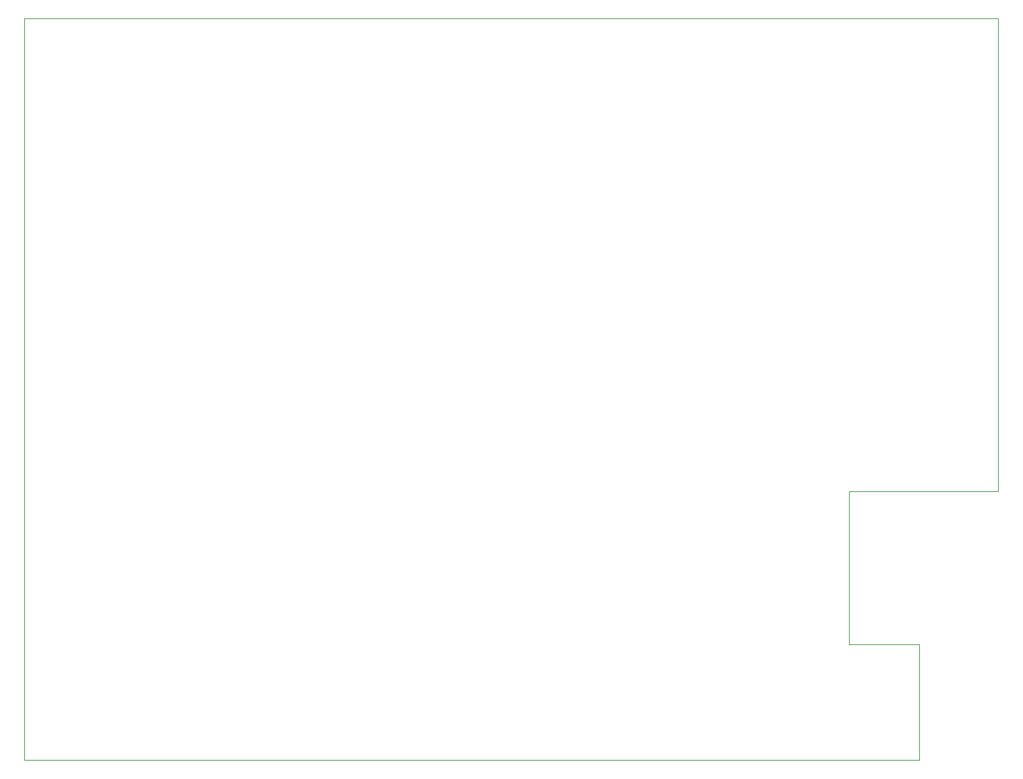
<source format=gbr>
%TF.GenerationSoftware,KiCad,Pcbnew,9.0.0*%
%TF.CreationDate,2025-04-09T21:16:24+03:00*%
%TF.ProjectId,QMX+ Battery + Audio Board,514d582b-2042-4617-9474-657279202b20,rev?*%
%TF.SameCoordinates,Original*%
%TF.FileFunction,Profile,NP*%
%FSLAX46Y46*%
G04 Gerber Fmt 4.6, Leading zero omitted, Abs format (unit mm)*
G04 Created by KiCad (PCBNEW 9.0.0) date 2025-04-09 21:16:24*
%MOMM*%
%LPD*%
G01*
G04 APERTURE LIST*
%TA.AperFunction,Profile*%
%ADD10C,0.050000*%
%TD*%
G04 APERTURE END LIST*
D10*
X205345000Y-150260000D02*
X89950000Y-150260000D01*
X196263750Y-115630000D02*
X196263750Y-135315000D01*
X215505000Y-54670000D02*
X215505000Y-115630000D01*
X89950000Y-150260000D02*
X89950000Y-54670000D01*
X89950000Y-54670000D02*
X215505000Y-54670000D01*
X215505000Y-115630000D02*
X196263750Y-115630000D01*
X205345000Y-135315000D02*
X205345000Y-150260000D01*
X196263750Y-135315000D02*
X205345000Y-135315000D01*
M02*

</source>
